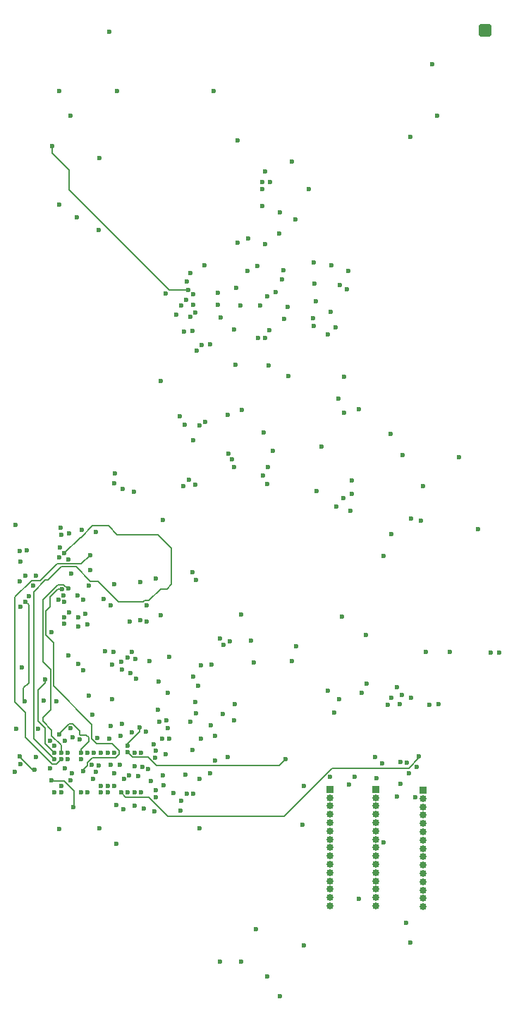
<source format=gbr>
%TF.GenerationSoftware,KiCad,Pcbnew,8.0.2*%
%TF.CreationDate,2024-06-29T15:52:21+02:00*%
%TF.ProjectId,Undroid,556e6472-6f69-4642-9e6b-696361645f70,rev?*%
%TF.SameCoordinates,Original*%
%TF.FileFunction,Copper,L4,Inr*%
%TF.FilePolarity,Positive*%
%FSLAX46Y46*%
G04 Gerber Fmt 4.6, Leading zero omitted, Abs format (unit mm)*
G04 Created by KiCad (PCBNEW 8.0.2) date 2024-06-29 15:52:21*
%MOMM*%
%LPD*%
G01*
G04 APERTURE LIST*
G04 Aperture macros list*
%AMRoundRect*
0 Rectangle with rounded corners*
0 $1 Rounding radius*
0 $2 $3 $4 $5 $6 $7 $8 $9 X,Y pos of 4 corners*
0 Add a 4 corners polygon primitive as box body*
4,1,4,$2,$3,$4,$5,$6,$7,$8,$9,$2,$3,0*
0 Add four circle primitives for the rounded corners*
1,1,$1+$1,$2,$3*
1,1,$1+$1,$4,$5*
1,1,$1+$1,$6,$7*
1,1,$1+$1,$8,$9*
0 Add four rect primitives between the rounded corners*
20,1,$1+$1,$2,$3,$4,$5,0*
20,1,$1+$1,$4,$5,$6,$7,0*
20,1,$1+$1,$6,$7,$8,$9,0*
20,1,$1+$1,$8,$9,$2,$3,0*%
G04 Aperture macros list end*
%TA.AperFunction,ComponentPad*%
%ADD10R,0.850000X0.850000*%
%TD*%
%TA.AperFunction,ComponentPad*%
%ADD11O,0.850000X0.850000*%
%TD*%
%TA.AperFunction,ComponentPad*%
%ADD12RoundRect,0.246063X-0.503937X-0.503937X0.503937X-0.503937X0.503937X0.503937X-0.503937X0.503937X0*%
%TD*%
%TA.AperFunction,ViaPad*%
%ADD13C,0.600000*%
%TD*%
%TA.AperFunction,Conductor*%
%ADD14C,0.200000*%
%TD*%
G04 APERTURE END LIST*
D10*
%TO.N,RED_V*%
%TO.C,MBCI_VIDEO1*%
X175600000Y-126800000D03*
D11*
%TO.N,GREEN_V*%
X175600000Y-127800000D03*
%TO.N,BLUE_V*%
X175600000Y-128800000D03*
%TO.N,ALPHA_V*%
X175600000Y-129800000D03*
%TO.N,HSYNC_V*%
X175600000Y-130800000D03*
%TO.N,VSYNC_V*%
X175600000Y-131800000D03*
%TO.N,unconnected-(MBCI_VIDEO1-Pin_7-Pad7)*%
X175600000Y-132800000D03*
%TO.N,3.3V*%
X175600000Y-133800000D03*
%TO.N,unconnected-(MBCI_VIDEO1-Pin_9-Pad9)*%
X175600000Y-134800000D03*
%TO.N,unconnected-(MBCI_VIDEO1-Pin_10-Pad10)*%
X175600000Y-135800000D03*
%TO.N,CLK*%
X175600000Y-136800000D03*
%TO.N,unconnected-(MBCI_VIDEO1-Pin_12-Pad12)*%
X175600000Y-137800000D03*
%TO.N,unconnected-(MBCI_VIDEO1-Pin_13-Pad13)*%
X175600000Y-138800000D03*
%TO.N,unconnected-(MBCI_VIDEO1-Pin_14-Pad14)*%
X175600000Y-139800000D03*
%TO.N,GND*%
X175600000Y-140800000D03*
%TD*%
D10*
%TO.N,UBOOT*%
%TO.C,MBCI_IO1*%
X164400000Y-126700000D03*
D11*
%TO.N,RESET_N*%
X164400000Y-127700000D03*
%TO.N,RTC_IN*%
X164400000Y-128700000D03*
%TO.N,CONN_NMI_N*%
X164400000Y-129700000D03*
%TO.N,UBOOT_MBCI*%
X164400000Y-130700000D03*
%TO.N,GSM_PWR_N*%
X164400000Y-131700000D03*
%TO.N,GSM_RST_N*%
X164400000Y-132700000D03*
%TO.N,3.3V*%
X164400000Y-133700000D03*
%TO.N,unconnected-(MBCI_IO1-Pin_9-Pad9)*%
X164400000Y-134700000D03*
%TO.N,unconnected-(MBCI_IO1-Pin_10-Pad10)*%
X164400000Y-135700000D03*
%TO.N,CLK*%
X164400000Y-136700000D03*
%TO.N,unconnected-(MBCI_IO1-Pin_12-Pad12)*%
X164400000Y-137700000D03*
%TO.N,unconnected-(MBCI_IO1-Pin_13-Pad13)*%
X164400000Y-138700000D03*
%TO.N,unconnected-(MBCI_IO1-Pin_14-Pad14)*%
X164400000Y-139700000D03*
%TO.N,GND*%
X164400000Y-140700000D03*
%TD*%
D12*
%TO.N,Net-(ANT1-A)*%
%TO.C,ANT1*%
X183000000Y-35600000D03*
%TD*%
D10*
%TO.N,DAT0_N*%
%TO.C,MBCI_NETWORK1*%
X169900000Y-126700000D03*
D11*
%TO.N,DAT1_N*%
X169900000Y-127700000D03*
%TO.N,DAT2_N*%
X169900000Y-128700000D03*
%TO.N,DAT3_N*%
X169900000Y-129700000D03*
%TO.N,DAT4_N*%
X169900000Y-130700000D03*
%TO.N,AVAIL_N*%
X169900000Y-131700000D03*
%TO.N,unconnected-(MBCI_NETWORK1-Pin_7-Pad7)*%
X169900000Y-132700000D03*
%TO.N,3.3V*%
X169900000Y-133700000D03*
%TO.N,unconnected-(MBCI_NETWORK1-Pin_9-Pad9)*%
X169900000Y-134700000D03*
%TO.N,unconnected-(MBCI_NETWORK1-Pin_10-Pad10)*%
X169900000Y-135700000D03*
%TO.N,CLK*%
X169900000Y-136700000D03*
%TO.N,unconnected-(MBCI_NETWORK1-Pin_12-Pad12)*%
X169900000Y-137700000D03*
%TO.N,unconnected-(MBCI_NETWORK1-Pin_13-Pad13)*%
X169900000Y-138700000D03*
%TO.N,unconnected-(MBCI_NETWORK1-Pin_14-Pad14)*%
X169900000Y-139700000D03*
%TO.N,GND*%
X169900000Y-140700000D03*
%TD*%
D13*
%TO.N,Net-(BRIDGE_CHIP1-GND-Pad14)*%
X147600000Y-70000000D03*
X150924500Y-67127100D03*
X148000000Y-67300000D03*
X155990900Y-68647400D03*
X144700000Y-67200000D03*
%TO.N,GND*%
X175875000Y-110250000D03*
X156300000Y-56675000D03*
X146447909Y-129252091D03*
X178800000Y-110250000D03*
X162570091Y-66035909D03*
X184700000Y-110275000D03*
X161250000Y-145423873D03*
X131025000Y-49500000D03*
X160300000Y-109500000D03*
X147400000Y-66800000D03*
X150200000Y-111700000D03*
X151175000Y-147375000D03*
X162467217Y-63482783D03*
X154900000Y-108900000D03*
X183675000Y-110275000D03*
X159800000Y-111300000D03*
X165800000Y-106000000D03*
X156875000Y-149175000D03*
X168700000Y-108200000D03*
X148750000Y-131350000D03*
%TO.N,CTS1*%
X165165200Y-92784300D03*
X144100000Y-77700000D03*
X156855500Y-90072400D03*
X151307000Y-70059200D03*
%TO.N,TX1*%
X156946500Y-88023200D03*
X150938400Y-68520700D03*
X166979200Y-91222200D03*
X150002400Y-73340400D03*
%TO.N,GSM_RST*%
X173095100Y-86587800D03*
X175581600Y-90346400D03*
%TO.N,GSM_VPP*%
X174082800Y-48377000D03*
X164131900Y-72110200D03*
%TO.N,RX1*%
X146531200Y-68655900D03*
X156358600Y-89053200D03*
X165988000Y-91791600D03*
X147986400Y-68555900D03*
X146900000Y-71800000D03*
X148368500Y-74101300D03*
%TO.N,GSM_GPIO_1*%
X157853400Y-67014400D03*
X171756400Y-96116300D03*
X149000000Y-73400000D03*
X147200621Y-65753597D03*
X147900000Y-71700000D03*
X182164700Y-95478100D03*
%TO.N,RI1*%
X166979700Y-89663400D03*
X157494100Y-86101800D03*
%TO.N,RTS1*%
X147100000Y-68000000D03*
X161885600Y-54670300D03*
X171717200Y-84048300D03*
X166881600Y-93241000D03*
%TO.N,GSM_IO*%
X164497400Y-69447900D03*
X177227300Y-45856900D03*
X175349000Y-94463500D03*
%TO.N,Net-(DDR_RAM1-VSSQ-PadB1)*%
X126539600Y-124575100D03*
X132900000Y-122300000D03*
X131300000Y-121500000D03*
X130744300Y-120846100D03*
X127232700Y-123713600D03*
%TO.N,SD2_F1*%
X154519500Y-64485700D03*
X153300300Y-61147800D03*
%TO.N,A12{slash}BC_N*%
X173874000Y-124793600D03*
X141836200Y-123975100D03*
X144224900Y-120598600D03*
X143883900Y-118585900D03*
X134167100Y-111687077D03*
X144689100Y-122456700D03*
%TO.N,A3*%
X148900000Y-111800000D03*
X143800000Y-113800000D03*
X163400000Y-85600000D03*
X162800000Y-90900000D03*
X140600000Y-110200000D03*
X142700000Y-111300000D03*
X166100000Y-77200000D03*
X140100000Y-127100000D03*
X148300000Y-117600000D03*
%TO.N,A0*%
X153680800Y-68678900D03*
X138035900Y-104589000D03*
X138542300Y-88825800D03*
X140108059Y-110891941D03*
X140450500Y-112792400D03*
X139271000Y-120292900D03*
X140284000Y-125024600D03*
%TO.N,A4*%
X145905600Y-69783100D03*
X147655000Y-64790300D03*
X158820700Y-64452800D03*
X140900000Y-122300000D03*
X134800000Y-112400000D03*
X134978900Y-105670500D03*
%TO.N,SD2_F2*%
X157056400Y-75839600D03*
X149386100Y-82605800D03*
%TO.N,SD3_F1*%
X156240900Y-53787400D03*
X159278800Y-68812700D03*
%TO.N,SD1_F2*%
X148207700Y-69521500D03*
X131874300Y-56552600D03*
%TO.N,SD_DAT1*%
X137904200Y-35787300D03*
X150431600Y-42920700D03*
%TO.N,A5*%
X140900000Y-127100000D03*
X165400000Y-79800000D03*
X141587200Y-106410700D03*
%TO.N,SD_CMD*%
X149358400Y-63781400D03*
X133219400Y-45858500D03*
%TO.N,A8*%
X143256300Y-121286400D03*
X136243700Y-95847900D03*
X138236500Y-115904500D03*
X162665200Y-68124700D03*
%TO.N,A6*%
X141700000Y-122300000D03*
X158643900Y-65548600D03*
X134600300Y-95571000D03*
%TO.N,SD0_F1*%
X157113600Y-71569100D03*
X157208600Y-53829000D03*
%TO.N,A14*%
X141143100Y-113438200D03*
X139348500Y-111376000D03*
X147660000Y-118638000D03*
X137400000Y-110148400D03*
X147906700Y-121973700D03*
X173629100Y-123550000D03*
X143477700Y-122038200D03*
%TO.N,A9*%
X142376400Y-106563600D03*
X145073800Y-110801100D03*
X147013700Y-124967100D03*
X156418000Y-83883300D03*
X142395200Y-104585800D03*
X144350600Y-125007500D03*
%TO.N,SD_CD_OR_DAT3*%
X160279200Y-58306500D03*
X159845800Y-51365700D03*
X158923700Y-70293300D03*
X131907100Y-42919100D03*
%TO.N,CMD_F1*%
X155633800Y-63924400D03*
X158420100Y-57498200D03*
%TO.N,A1*%
X139420400Y-112317100D03*
X153000000Y-116500000D03*
X138056600Y-119098100D03*
X139400200Y-118816300D03*
X144956800Y-115129100D03*
X166417491Y-66682509D03*
X158275000Y-59995100D03*
X166588600Y-64481100D03*
X140969000Y-123903300D03*
X143762700Y-117125100D03*
X156602800Y-61242200D03*
X147931200Y-113179300D03*
X148199700Y-116264000D03*
X152333900Y-108966100D03*
X164591400Y-63839200D03*
%TO.N,A13*%
X142846600Y-125667500D03*
X142303100Y-119811200D03*
X172877300Y-123382500D03*
X150584700Y-123291500D03*
X150585300Y-120326500D03*
%TO.N,A7*%
X144100000Y-105800000D03*
X165039600Y-71258800D03*
X141700000Y-127100000D03*
X143475300Y-101396800D03*
%TO.N,SD1_F1*%
X156586900Y-72497600D03*
X156249200Y-54668700D03*
%TO.N,A10{slash}AP*%
X135436400Y-102273400D03*
X134737900Y-103990600D03*
X147978200Y-84811700D03*
X139122100Y-123794600D03*
X134181400Y-106075600D03*
X146347000Y-81910800D03*
X155743500Y-72497600D03*
%TO.N,SD_DAT2*%
X162482800Y-71106200D03*
X148717200Y-83000100D03*
%TO.N,A11*%
X153011000Y-75718800D03*
X146972300Y-82971600D03*
X152839300Y-88002200D03*
X152217300Y-86422000D03*
X151605400Y-109392700D03*
X152110800Y-122852000D03*
X153738100Y-105743200D03*
X170638300Y-123581500D03*
X138479600Y-89962700D03*
X142578100Y-124311400D03*
%TO.N,SD_DAT0*%
X153341200Y-48794700D03*
X138791600Y-42919100D03*
%TO.N,A2*%
X141364700Y-125156000D03*
X141000000Y-111100000D03*
X147952800Y-127228200D03*
X149999600Y-124785800D03*
X166129100Y-81532500D03*
X147200100Y-127195500D03*
X150109800Y-118985300D03*
X151191400Y-108588000D03*
%TO.N,CMD_F2*%
X154611100Y-60628800D03*
X136624300Y-59590300D03*
%TO.N,RAM_ODT*%
X148566000Y-114301000D03*
X151505400Y-117631100D03*
%TO.N,DQ02*%
X126600000Y-95000000D03*
X134500000Y-127100000D03*
X136700000Y-131400000D03*
%TO.N,RAM_LDQS*%
X133375000Y-124750000D03*
X133298591Y-100776409D03*
X133257700Y-119392600D03*
X128782300Y-102223300D03*
X133000000Y-110608700D03*
X133108900Y-105476600D03*
%TO.N,Net-(DDR_RAM1-VSS-PadA9)*%
X143367700Y-122875200D03*
X143451400Y-127622700D03*
X135300000Y-122300000D03*
X136900000Y-122300000D03*
X142016900Y-129044000D03*
X145563000Y-127116700D03*
X130973500Y-125645300D03*
X140912300Y-128668100D03*
X133582000Y-128821700D03*
X138698900Y-128556100D03*
X136900000Y-127100000D03*
X140640600Y-119906100D03*
%TO.N,RAM_UDQS_N*%
X132500000Y-98400000D03*
X131300000Y-123100000D03*
%TO.N,DQ05*%
X136050000Y-122325000D03*
X130975000Y-107850000D03*
X136475000Y-120525000D03*
%TO.N,RAM_CKE*%
X135853900Y-117788600D03*
X137853200Y-120664700D03*
%TO.N,DQ08*%
X132400000Y-103425000D03*
X132900000Y-123100000D03*
X132600000Y-120900000D03*
%TO.N,RAM_CK_N*%
X132471100Y-106850000D03*
X138091500Y-123792000D03*
%TO.N,DQ10*%
X132940593Y-102581589D03*
X132498591Y-104223591D03*
X132100000Y-122300000D03*
%TO.N,RAM_BA2*%
X159439600Y-77142100D03*
X153128600Y-66520500D03*
X174635600Y-127620100D03*
X156878500Y-67515300D03*
X170827400Y-133061000D03*
X147466400Y-89526200D03*
X139663700Y-125467400D03*
X141584500Y-101808700D03*
X173541600Y-142764800D03*
X148285800Y-101584800D03*
%TO.N,RAM_LDQS_N*%
X134800000Y-124500000D03*
X132200000Y-102700000D03*
%TO.N,DQ13*%
X131911200Y-98910300D03*
X127100100Y-101783300D03*
%TO.N,ZQ*%
X135600000Y-100400000D03*
X132075000Y-95350000D03*
X138500000Y-122300000D03*
%TO.N,DQ00*%
X133253400Y-125659700D03*
X127800000Y-101100000D03*
X128225000Y-103550000D03*
X127100000Y-98100000D03*
X128879100Y-124326900D03*
X127175000Y-122750000D03*
%TO.N,RAM_CAS_N*%
X137700000Y-126300000D03*
X137200000Y-103900000D03*
%TO.N,DQ14*%
X130150000Y-113550000D03*
X131300000Y-122300000D03*
X131798768Y-103953867D03*
%TO.N,DQ01*%
X134500000Y-123100000D03*
X127250000Y-104775000D03*
X132550000Y-124150000D03*
%TO.N,RAM_WE_N*%
X138500000Y-124800000D03*
X138500000Y-126300000D03*
X138400000Y-110200000D03*
%TO.N,DQ06*%
X126732141Y-119467859D03*
X135300000Y-127100000D03*
%TO.N,RAM_UDQS*%
X132100000Y-123100000D03*
X135625000Y-98575000D03*
%TO.N,RAM_CK*%
X133524300Y-120483700D03*
X136315600Y-124596200D03*
%TO.N,RAM_BA0*%
X140343200Y-106590400D03*
X153847200Y-81178500D03*
X175091600Y-122787100D03*
X139300000Y-127100000D03*
%TO.N,RAM_RAS_N*%
X138475000Y-102125000D03*
X138750000Y-133275000D03*
X136900000Y-126300000D03*
%TO.N,DQ15*%
X129349800Y-119485200D03*
X129053800Y-101047800D03*
%TO.N,DQ07*%
X127400000Y-112100000D03*
X129995000Y-116042700D03*
X136600000Y-123850000D03*
%TO.N,DQ04*%
X135986100Y-125497300D03*
X134107400Y-103409100D03*
X131550000Y-116125000D03*
X132125000Y-96150000D03*
%TO.N,DQ11*%
X133100000Y-96000000D03*
X132100000Y-127100000D03*
X132000000Y-97675000D03*
%TO.N,DQ03*%
X131875000Y-120150000D03*
X134500000Y-122300000D03*
%TO.N,DQ12*%
X129059800Y-122822300D03*
X127853851Y-104204898D03*
X130814600Y-124217900D03*
X127750000Y-116175000D03*
%TO.N,Net-(DDR_RAM1-VDD-PadB2)*%
X144376700Y-126206900D03*
X148701400Y-125495700D03*
X144885300Y-119342400D03*
X131300000Y-127100000D03*
X137700000Y-127100000D03*
X135434900Y-115475100D03*
X148881600Y-120598800D03*
X131900000Y-131500000D03*
X139626700Y-129100400D03*
X137700000Y-122300000D03*
X141549600Y-119249300D03*
X143327000Y-129381900D03*
X135801800Y-123758500D03*
X140100000Y-121500000D03*
X145070400Y-120662900D03*
X134346200Y-120741500D03*
%TO.N,RAM_BA1*%
X159097800Y-123051900D03*
X174813200Y-123976200D03*
X139488100Y-90657200D03*
X134197200Y-107132100D03*
X155234000Y-111519400D03*
X152842400Y-71530600D03*
X148239800Y-90133700D03*
X147895100Y-100608400D03*
X170012000Y-125379000D03*
X172863200Y-126055300D03*
X140075000Y-122275000D03*
X144305900Y-94342500D03*
%TO.N,DQ09*%
X127211091Y-99388909D03*
X132100000Y-126300000D03*
%TO.N,RTC_IN*%
X166638600Y-126120300D03*
%TO.N,RAM_RST*%
X143453500Y-126844100D03*
X146538300Y-128094200D03*
%TO.N,UBOOT*%
X161259200Y-126268500D03*
%TO.N,RTC_OUT*%
X134009900Y-58065000D03*
X156563600Y-52567400D03*
X176701400Y-39678700D03*
X146791500Y-90288400D03*
X136685200Y-50913600D03*
%TO.N,GSM_PWR_N*%
X161100000Y-131000000D03*
X174100000Y-94200000D03*
%TO.N,VBUS_USBC*%
X179920700Y-86824300D03*
X167889200Y-81110500D03*
X170827700Y-98737300D03*
%TO.N,DAT4_N*%
X171298200Y-116562100D03*
%TO.N,Net-(GND_R1-Pad2)*%
X153700000Y-147350000D03*
X158375000Y-151525000D03*
%TO.N,HSYNC_V*%
X169812400Y-122847000D03*
X172413300Y-127566300D03*
%TO.N,DAT1_N*%
X167355500Y-125202900D03*
%TO.N,AVAIL_N*%
X171722100Y-115751300D03*
%TO.N,DAT3_N*%
X164159900Y-114840900D03*
X168826100Y-114003900D03*
X164391400Y-125210800D03*
%TO.N,DAT2_N*%
X172422300Y-114461800D03*
X168208200Y-115140500D03*
%TO.N,GSM_RST_N*%
X155500000Y-143500000D03*
X174025000Y-145100000D03*
%TO.N,Net-(MBCI_0-VDD)*%
X167889200Y-139866500D03*
X176322900Y-116530200D03*
X172801400Y-116481700D03*
%TO.N,Net-(C1-Pad2)*%
X177417900Y-116505900D03*
X152920800Y-118461800D03*
%TO.N,CPU_PWR*%
X152642500Y-87098500D03*
X165600900Y-66187900D03*
%TO.N,DRAM_PWR*%
X132475000Y-106100000D03*
X135303709Y-106903709D03*
X128000000Y-98000000D03*
X133000000Y-99100000D03*
X144758600Y-118468300D03*
X138213300Y-111724300D03*
%TO.N,UBOOT_MBCI*%
X173068400Y-115389300D03*
X165490900Y-115889600D03*
%TO.N,RESET_N*%
X152158600Y-81791800D03*
X174171900Y-115743000D03*
X164894900Y-117535700D03*
X140898900Y-91029700D03*
X162333300Y-70190900D03*
%TD*%
D14*
%TO.N,GND*%
X145100000Y-66750000D02*
X133075000Y-54725000D01*
X147400000Y-66800000D02*
X147350000Y-66750000D01*
X131025000Y-50350000D02*
X131025000Y-49500000D01*
X147350000Y-66750000D02*
X145100000Y-66750000D01*
X133075000Y-54725000D02*
X133075000Y-52400000D01*
X133075000Y-52400000D02*
X131025000Y-50350000D01*
%TO.N,Net-(DDR_RAM1-VSS-PadA9)*%
X131028200Y-125700000D02*
X130973500Y-125645300D01*
X133700000Y-128703700D02*
X133700000Y-126900000D01*
X133582000Y-128821700D02*
X133700000Y-128703700D01*
X133700000Y-126900000D02*
X132500000Y-125700000D01*
X132500000Y-125700000D02*
X131028200Y-125700000D01*
%TO.N,RAM_UDQS_N*%
X132100000Y-100000000D02*
X133900000Y-100000000D01*
X133900000Y-100000000D02*
X135623400Y-101723400D01*
X139000000Y-104225000D02*
X141978182Y-104225000D01*
X141978182Y-104225000D02*
X142167382Y-104035800D01*
X130183418Y-101600000D02*
X130500000Y-101600000D01*
X144850000Y-102650000D02*
X145375000Y-102125000D01*
X137800000Y-95075000D02*
X135874118Y-95075000D01*
X128799800Y-102983618D02*
X130183418Y-101600000D01*
X134425000Y-96475000D02*
X132500000Y-98400000D01*
X145375000Y-102125000D02*
X145375000Y-97750000D01*
X142656109Y-104068891D02*
X144075000Y-102650000D01*
X143750000Y-96125000D02*
X138850000Y-96125000D01*
X138850000Y-96125000D02*
X137800000Y-95075000D01*
X136498400Y-101723400D02*
X139000000Y-104225000D01*
X142167382Y-104035800D02*
X142623018Y-104035800D01*
X135623400Y-101723400D02*
X136498400Y-101723400D01*
X145375000Y-97750000D02*
X143750000Y-96125000D01*
X134474118Y-96475000D02*
X134425000Y-96475000D01*
X130500000Y-101600000D02*
X132100000Y-100000000D01*
X131300000Y-123100000D02*
X128799800Y-120599800D01*
X144075000Y-102650000D02*
X144850000Y-102650000D01*
X142623018Y-104035800D02*
X142656109Y-104068891D01*
X128799800Y-120599800D02*
X128799800Y-102983618D01*
X135874118Y-95075000D02*
X134474118Y-96475000D01*
%TO.N,DQ10*%
X129950000Y-111427818D02*
X130372182Y-111850000D01*
X130950000Y-119575000D02*
X130950000Y-120275000D01*
X132940593Y-102581589D02*
X132859407Y-102581589D01*
X132859407Y-102581589D02*
X132427818Y-102150000D01*
X130951018Y-120275000D02*
X132100000Y-121423982D01*
X129950000Y-103950000D02*
X129950000Y-111427818D01*
X132100000Y-121423982D02*
X132100000Y-122300000D01*
X130950000Y-120275000D02*
X130951018Y-120275000D01*
X131750000Y-102150000D02*
X129950000Y-103950000D01*
X129925000Y-118075000D02*
X129925000Y-118550000D01*
X132427818Y-102150000D02*
X131750000Y-102150000D01*
X130372182Y-111850000D02*
X130375000Y-111850000D01*
X130375000Y-111850000D02*
X130850000Y-112325000D01*
X130850000Y-112325000D02*
X130850000Y-117150000D01*
X129925000Y-118550000D02*
X130950000Y-119575000D01*
X130850000Y-117150000D02*
X129925000Y-118075000D01*
%TO.N,RAM_LDQS_N*%
X138627818Y-122950000D02*
X139050000Y-122527818D01*
X130800000Y-103594974D02*
X131694974Y-102700000D01*
X135800000Y-118900000D02*
X131200000Y-114300000D01*
X134800000Y-124325000D02*
X135251800Y-123873200D01*
X135832482Y-122950000D02*
X138627818Y-122950000D01*
X135251800Y-123530682D02*
X135832482Y-122950000D01*
X130800000Y-104800000D02*
X130800000Y-103594974D01*
X130300000Y-105300000D02*
X130800000Y-104800000D01*
X131694974Y-102700000D02*
X132200000Y-102700000D01*
X135800000Y-120650000D02*
X135800000Y-118900000D01*
X130300000Y-108200000D02*
X130300000Y-105300000D01*
X134800000Y-124500000D02*
X134800000Y-124325000D01*
X135251800Y-123873200D02*
X135251800Y-123530682D01*
X131200000Y-114300000D02*
X131200000Y-109100000D01*
X139050000Y-122527818D02*
X139050000Y-122072182D01*
X139050000Y-122072182D02*
X138202818Y-121225000D01*
X138202818Y-121225000D02*
X136375000Y-121225000D01*
X136375000Y-121225000D02*
X135800000Y-120650000D01*
X131200000Y-109100000D02*
X130300000Y-108200000D01*
%TO.N,DQ00*%
X127325000Y-122900000D02*
X127175000Y-122750000D01*
X128879100Y-124326900D02*
X128651900Y-124326900D01*
X127325000Y-123000000D02*
X127325000Y-122900000D01*
X128651900Y-124326900D02*
X127325000Y-123000000D01*
%TO.N,DQ14*%
X130194300Y-119369300D02*
X130194300Y-121194300D01*
X129325000Y-114800000D02*
X129325000Y-118500000D01*
X130194300Y-121194300D02*
X131300000Y-122300000D01*
X130150000Y-113975000D02*
X129325000Y-114800000D01*
X130150000Y-113550000D02*
X130150000Y-113975000D01*
X129325000Y-118500000D02*
X130194300Y-119369300D01*
%TO.N,RAM_UDQS*%
X135625000Y-98550000D02*
X135600000Y-98575000D01*
X135600000Y-98575000D02*
X135625000Y-98575000D01*
X131638443Y-99650000D02*
X134525000Y-99650000D01*
X127850000Y-117475000D02*
X126575000Y-116200000D01*
X132100000Y-123100000D02*
X131550000Y-123650000D01*
X127850000Y-120450000D02*
X127850000Y-117475000D01*
X128554482Y-101673300D02*
X129615143Y-101673300D01*
X134525000Y-99650000D02*
X135600000Y-98575000D01*
X126575000Y-116200000D02*
X126575000Y-103652782D01*
X131550000Y-123650000D02*
X131050000Y-123650000D01*
X129615143Y-101673300D02*
X131638443Y-99650000D01*
X131050000Y-123650000D02*
X127850000Y-120450000D01*
X126575000Y-103652782D02*
X128554482Y-101673300D01*
X135625000Y-98575000D02*
X135625000Y-98550000D01*
%TO.N,RAM_BA0*%
X158899382Y-129925000D02*
X164674382Y-124150000D01*
X139300000Y-127100000D02*
X139850000Y-127650000D01*
X142646282Y-127650000D02*
X144921282Y-129925000D01*
X173850000Y-124150000D02*
X175091600Y-122908400D01*
X175091600Y-122908400D02*
X175091600Y-122787100D01*
X164674382Y-124150000D02*
X173850000Y-124150000D01*
X144921282Y-129925000D02*
X158899382Y-129925000D01*
X139850000Y-127650000D02*
X142646282Y-127650000D01*
%TO.N,DQ03*%
X131875000Y-120150000D02*
X131875000Y-119997482D01*
X131875000Y-119997482D02*
X133029882Y-118842600D01*
X133492600Y-118842600D02*
X134325000Y-119675000D01*
X134325000Y-120100000D02*
X134416500Y-120191500D01*
X134325000Y-119675000D02*
X134325000Y-120100000D01*
X133029882Y-118842600D02*
X133492600Y-118842600D01*
X135450000Y-120500000D02*
X135450000Y-120975000D01*
X135141500Y-120191500D02*
X135450000Y-120500000D01*
X134500000Y-121925000D02*
X134500000Y-122300000D01*
X134416500Y-120191500D02*
X135141500Y-120191500D01*
X135450000Y-120975000D02*
X134500000Y-121925000D01*
%TO.N,DQ12*%
X127600000Y-114525000D02*
X127600000Y-116025000D01*
X127853851Y-104204898D02*
X128200000Y-104551047D01*
X128200000Y-113925000D02*
X127600000Y-114525000D01*
X128200000Y-113825000D02*
X128200000Y-113925000D01*
X128200000Y-104551047D02*
X128200000Y-113825000D01*
X127600000Y-116025000D02*
X127750000Y-116175000D01*
%TO.N,Net-(DDR_RAM1-VDD-PadB2)*%
X141549600Y-119249300D02*
X141549600Y-119774918D01*
X141549600Y-119774918D02*
X140100000Y-121224518D01*
X140100000Y-121224518D02*
X140100000Y-121500000D01*
%TO.N,RAM_BA1*%
X140075000Y-122275000D02*
X140125000Y-122325000D01*
X140075000Y-122275000D02*
X140650000Y-122850000D01*
X142564682Y-122850000D02*
X143556182Y-123841500D01*
X158308200Y-123841500D02*
X159097800Y-123051900D01*
X143556182Y-123841500D02*
X158308200Y-123841500D01*
X140650000Y-122850000D02*
X142564682Y-122850000D01*
%TD*%
M02*

</source>
